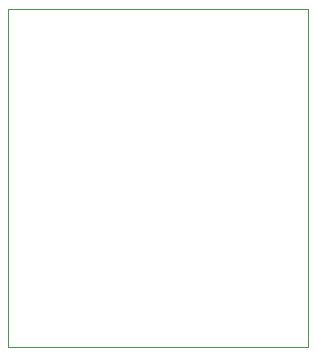
<source format=gm1>
%TF.GenerationSoftware,KiCad,Pcbnew,7.0.8*%
%TF.CreationDate,2024-10-03T16:47:23-07:00*%
%TF.ProjectId,lab6PCB,6c616236-5043-4422-9e6b-696361645f70,v01*%
%TF.SameCoordinates,Original*%
%TF.FileFunction,Profile,NP*%
%FSLAX46Y46*%
G04 Gerber Fmt 4.6, Leading zero omitted, Abs format (unit mm)*
G04 Created by KiCad (PCBNEW 7.0.8) date 2024-10-03 16:47:23*
%MOMM*%
%LPD*%
G01*
G04 APERTURE LIST*
%TA.AperFunction,Profile*%
%ADD10C,0.100000*%
%TD*%
G04 APERTURE END LIST*
D10*
X138176000Y-121209000D02*
X163576000Y-121209000D01*
X163576000Y-149809000D01*
X138176000Y-149809000D01*
X138176000Y-121209000D01*
M02*

</source>
